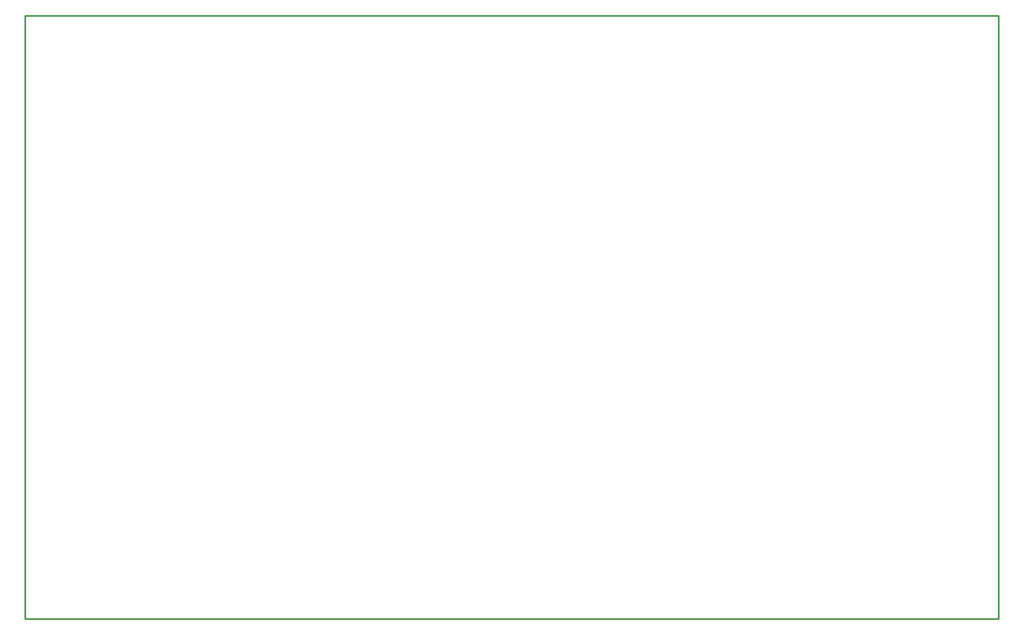
<source format=gm1>
G04*
G04 #@! TF.GenerationSoftware,Altium Limited,Altium Designer,23.7.1 (13)*
G04*
G04 Layer_Color=16711935*
%FSLAX44Y44*%
%MOMM*%
G71*
G04*
G04 #@! TF.SameCoordinates,B1C70322-BD44-42DD-AC63-955F88C0B9D7*
G04*
G04*
G04 #@! TF.FilePolarity,Positive*
G04*
G01*
G75*
%ADD30C,0.5080*%
D30*
X3000000Y0D02*
Y1860000D01*
X0Y0D02*
Y1860000D01*
Y0D02*
X3000000D01*
X0Y1860000D02*
X3000000D01*
M02*

</source>
